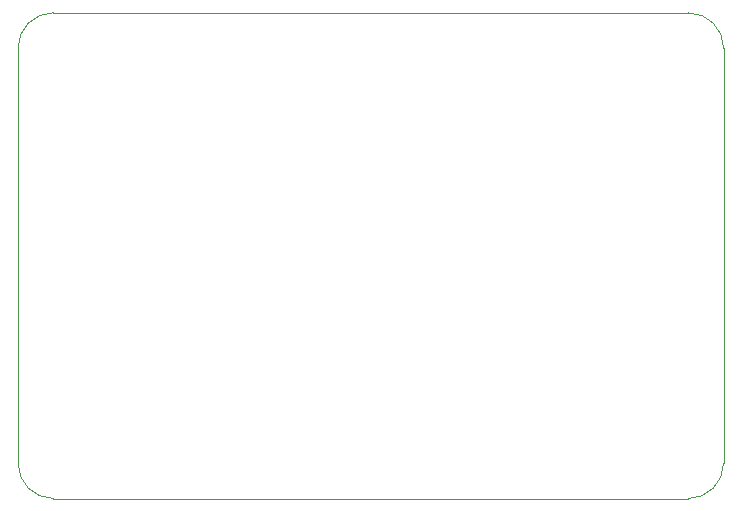
<source format=gbr>
%TF.GenerationSoftware,KiCad,Pcbnew,8.99.0-3334-g98ae574c78*%
%TF.CreationDate,2024-12-15T17:17:25-05:00*%
%TF.ProjectId,SmartPowerBoard,536d6172-7450-46f7-9765-72426f617264,rev?*%
%TF.SameCoordinates,Original*%
%TF.FileFunction,Profile,NP*%
%FSLAX46Y46*%
G04 Gerber Fmt 4.6, Leading zero omitted, Abs format (unit mm)*
G04 Created by KiCad (PCBNEW 8.99.0-3334-g98ae574c78) date 2024-12-15 17:17:25*
%MOMM*%
%LPD*%
G01*
G04 APERTURE LIST*
%TA.AperFunction,Profile*%
%ADD10C,0.050000*%
%TD*%
G04 APERTURE END LIST*
D10*
X136440000Y-68170000D02*
X190190000Y-68170000D01*
X190190000Y-109300000D02*
X136440000Y-109300000D01*
X136440000Y-109300000D02*
G75*
G02*
X133440000Y-106300000I0J3000000D01*
G01*
X190190000Y-68170000D02*
G75*
G02*
X193190000Y-71170000I0J-3000000D01*
G01*
X193190000Y-71170000D02*
X193190000Y-106300000D01*
X133440000Y-106300000D02*
X133440000Y-71170000D01*
X133440000Y-71170000D02*
G75*
G02*
X136440000Y-68170000I3000000J0D01*
G01*
X193190000Y-106300000D02*
G75*
G02*
X190190000Y-109300000I-3000000J0D01*
G01*
M02*

</source>
